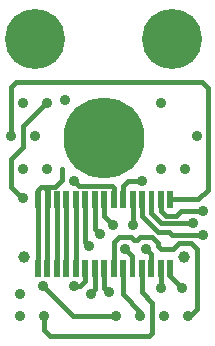
<source format=gbr>
G04 start of page 5 for group 3 idx 3 *
G04 Title: (unknown), bottom4 *
G04 Creator: pcb 20110918 *
G04 CreationDate: Thu Dec  5 20:49:14 2013 UTC *
G04 For: fosse *
G04 Format: Gerber/RS-274X *
G04 PCB-Dimensions: 600000 500000 *
G04 PCB-Coordinate-Origin: lower left *
%MOIN*%
%FSLAX25Y25*%
%LNBOTTOM*%
%ADD51C,0.0354*%
%ADD50C,0.1160*%
%ADD49C,0.0890*%
%ADD48C,0.0200*%
%ADD47C,0.0360*%
%ADD46R,0.0197X0.0197*%
%ADD45R,0.0197X0.0197*%
%ADD44R,0.0197X0.0197*%
%ADD43C,0.0394*%
%ADD42C,0.2700*%
%ADD41C,0.2000*%
%ADD40C,0.0150*%
G54D40*X132087Y327338D02*X141338D01*
X130500Y322000D02*X134000D01*
X135500Y323500D01*
X143000D01*
X128937Y327338D02*Y323563D01*
X130500Y322000D01*
X125787Y327338D02*Y322713D01*
X122638Y327338D02*Y321862D01*
X119488Y327338D02*Y319012D01*
X110039Y327338D02*Y321961D01*
X113000Y319000D01*
X119488Y319012D02*X119500Y319000D01*
X94291Y327338D02*Y304268D01*
X94251Y304228D01*
X87992Y327338D02*Y304267D01*
X89000Y331500D02*X88000Y330500D01*
Y328500D01*
X87992Y328492D01*
Y327008D01*
Y304267D02*X87953Y304228D01*
X88000Y304181D02*X87953Y304228D01*
X91102D02*Y327298D01*
X91142Y327338D01*
Y330358D01*
X90000Y331500D01*
X89000D02*X93500D01*
X141338Y327338D02*X144500Y330500D01*
Y364500D01*
X142500Y366500D01*
X116339Y327338D02*Y331839D01*
X118000Y333500D01*
X122500D01*
X142500Y366500D02*X80500D01*
X79000Y365000D01*
Y348500D01*
X83000Y352000D02*X91000Y360000D01*
X96000Y334000D02*Y337500D01*
X113189Y327338D02*Y331311D01*
X112500Y332000D01*
X101500D01*
X100000Y333500D01*
X79000Y341000D02*X83000Y345000D01*
Y352000D01*
X93500Y331500D02*X96000Y334000D01*
X83000Y328000D02*X82500D01*
X79000Y331500D01*
Y341000D01*
X100590Y327338D02*Y304267D01*
X97401Y304228D02*Y327298D01*
X103740Y313260D02*X105000Y312000D01*
X97401Y327298D02*X97441Y327338D01*
X103740D02*Y313260D01*
X106890Y327338D02*Y317610D01*
X108500Y316000D01*
X116299Y304228D02*Y295701D01*
X122000Y290000D01*
Y288000D01*
X122598Y304228D02*Y296402D01*
X126000Y293000D01*
Y283000D01*
X128897Y304228D02*Y298103D01*
X129000Y298000D01*
X132047Y304228D02*Y301953D01*
X136000Y298000D01*
X113150Y304228D02*Y313150D01*
X119448Y304228D02*Y308552D01*
X113150Y313150D02*X115000Y315000D01*
X119000D01*
X120000Y314000D01*
X121000D01*
X119448Y308552D02*X117000Y311000D01*
X125748Y304228D02*Y309252D01*
X124000Y311000D01*
X121000Y314000D02*X122000Y315000D01*
X126000D01*
X128000Y313000D01*
Y312000D01*
X129000Y311000D01*
X133000D01*
X128000Y316500D02*X131500D01*
X132500Y315500D01*
X135000Y313000D02*X139000D01*
X141000Y311000D01*
Y291000D01*
X138000Y288000D01*
X133000Y311000D02*X135000Y313000D01*
X132500Y315500D02*X143000D01*
X125787Y322713D02*X129000Y319500D01*
X122638Y321862D02*X128000Y316500D01*
X129000Y319500D02*X139500D01*
X126000Y283000D02*X125000Y282000D01*
X92000D01*
X90000Y284000D01*
Y288000D01*
X103700Y304228D02*Y300200D01*
X102000Y298500D01*
X100000D01*
X106850Y304228D02*Y297350D01*
X105500Y296000D01*
X110000Y304228D02*Y298000D01*
X111500Y296500D01*
X114000Y288500D02*X99500D01*
X89500Y298500D01*
G54D41*X87000Y381000D03*
X132500D03*
G54D42*X110000Y348000D03*
G54D43*X136575Y308205D03*
X83425D03*
G54D44*X87953Y306039D02*Y302417D01*
X91102Y306039D02*Y302417D01*
G54D45*X94251Y306040D02*Y302417D01*
X97401Y306040D02*Y302417D01*
G54D44*X100551Y306039D02*Y302417D01*
G54D45*X87992Y329150D02*Y325527D01*
G54D44*X91142Y329149D02*Y325527D01*
G54D46*X94291Y329150D02*Y325526D01*
G54D44*X97441Y329149D02*Y325527D01*
X100590Y329149D02*Y325527D01*
G54D46*X103740Y329150D02*Y325526D01*
G54D44*X116299Y306039D02*Y302417D01*
G54D45*X119448Y306040D02*Y302417D01*
X122598Y306040D02*Y302417D01*
G54D44*X125748Y306039D02*Y302417D01*
G54D45*X128897Y306040D02*Y302417D01*
X132047Y306040D02*Y302417D01*
G54D46*X110000Y306040D02*Y302416D01*
G54D44*X113150Y306039D02*Y302417D01*
G54D45*X103700Y306040D02*Y302417D01*
X106850Y306040D02*Y302417D01*
G54D44*X125787Y329149D02*Y325527D01*
G54D46*X128937Y329150D02*Y325526D01*
G54D44*X132087Y329149D02*Y325527D01*
G54D45*X110039Y329150D02*Y325527D01*
X113189Y329150D02*Y325527D01*
G54D44*X116339Y329149D02*Y325527D01*
G54D46*X119488Y329150D02*Y325526D01*
G54D44*X122638Y329149D02*Y325527D01*
X106890Y329149D02*Y325527D01*
G54D47*X122500Y333500D03*
X100000D03*
X83000Y328000D03*
X91000Y337500D03*
X83000D03*
X97000Y360500D03*
X79000Y348500D03*
X87000D03*
X91000Y359500D03*
X83000D03*
X129000D03*
Y337500D03*
X137000D03*
X141000Y348500D03*
X129000Y298000D03*
X136000D03*
X111500Y296500D03*
X117000Y311000D03*
X124000D03*
X105000Y312000D03*
X108500Y316000D03*
X143000Y323500D03*
X139500Y319500D03*
X119500Y319000D03*
X113000D03*
X143000Y315500D03*
X90000Y288500D03*
X122000D03*
X130000D03*
X138000D03*
X82000D03*
X114000D03*
X100000Y298500D03*
X105500Y296000D03*
X82000D03*
X89500Y298500D03*
G54D48*G54D49*G54D50*G54D51*M02*

</source>
